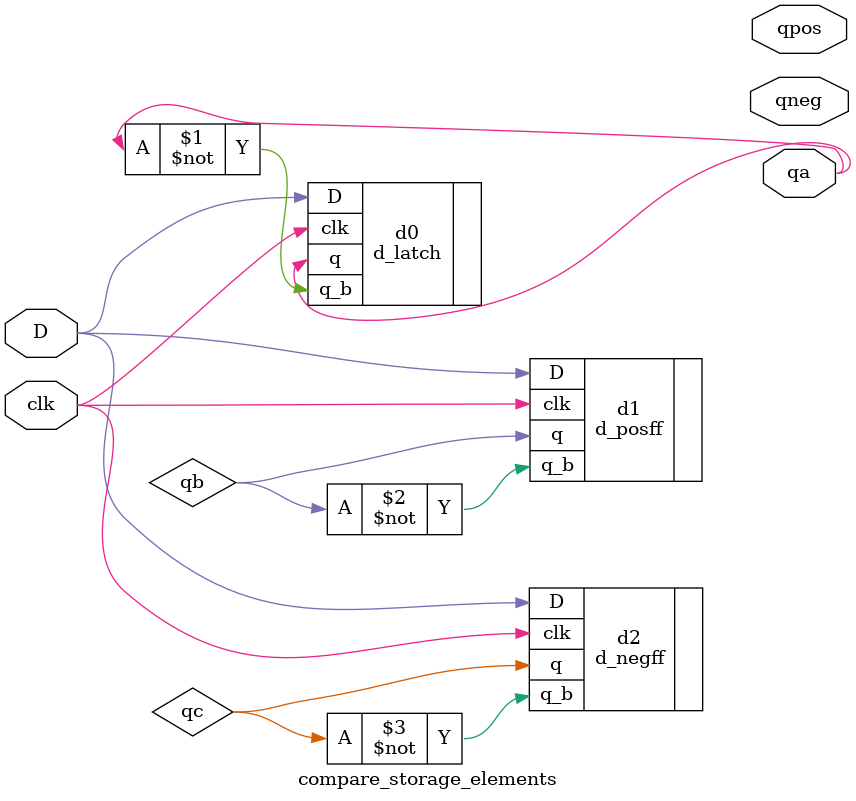
<source format=v>
module compare_storage_elements (
    input D,clk,
    output qa,qpos,qneg
);

d_latch d0(
.D(D),
.clk(clk),
.q(qa),
.q_b(~qa)

);
d_posff d1(
.D(D),
.clk(clk),
.q(qb),
.q_b(~qb)

);
d_negff d2(
.D(D),
.clk(clk),
.q(qc),
.q_b(~qc)
);







endmodule
</source>
